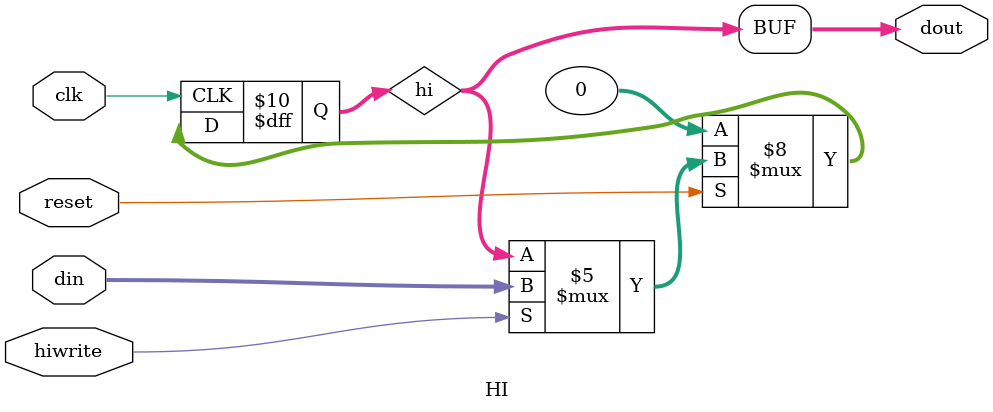
<source format=v>
`timescale 1ns / 1ps


module HI(
            input clk,reset,
            input hiwrite,
            input [31:0] din,
            output [31:0] dout
    );
            
            reg delay;
            reg [31:0] hi;
            
            always@(posedge clk)
                    delay <= reset;
                    
            always@(posedge clk)
            begin
                    if( reset ==1'b0)
                    begin
                            hi <= 32'b0;
                    end
                    else if(hiwrite == 1'b1)
                    begin
                            hi <= din;
                    end
            end
            
            assign dout = hi;
endmodule

</source>
